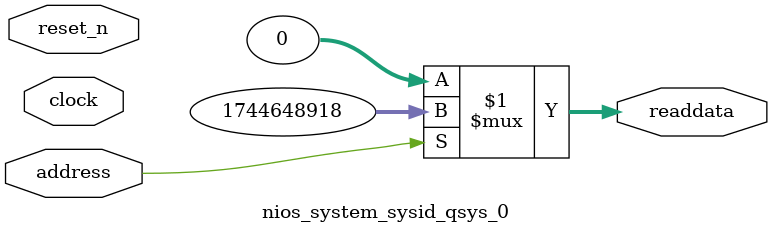
<source format=v>



// synthesis translate_off
`timescale 1ns / 1ps
// synthesis translate_on

// turn off superfluous verilog processor warnings 
// altera message_level Level1 
// altera message_off 10034 10035 10036 10037 10230 10240 10030 

module nios_system_sysid_qsys_0 (
               // inputs:
                address,
                clock,
                reset_n,

               // outputs:
                readdata
             )
;

  output  [ 31: 0] readdata;
  input            address;
  input            clock;
  input            reset_n;

  wire    [ 31: 0] readdata;
  //control_slave, which is an e_avalon_slave
  assign readdata = address ? 1744648918 : 0;

endmodule



</source>
